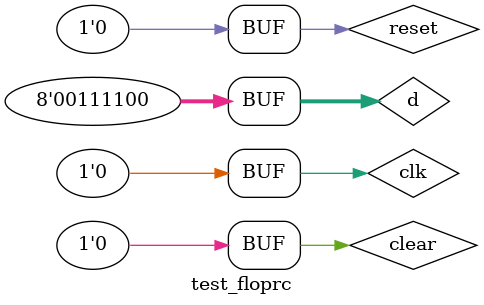
<source format=sv>
module test_floprc;
    // Parameters
    localparam WIDTH = 8;
    
    // Signals
    logic clk;
    logic reset;
    logic clear;
    logic [WIDTH-1:0] d;
    logic [WIDTH-1:0] q_expected, q_actual;
    
    // Instantiate the floprc module
    floprc #(WIDTH) u_floprc (
        .clk(clk),
        .reset(reset),
        .clear(clear),
        .d(d),
        .q(q_actual)
    );
    
    // Initialize test inputs
    initial begin
        clk = 0;
        reset = 0;
        clear = 0;
        d = 8'hA5; // Input value
        
        // Wait for one clock cycle
        #5;
        
        // Verify that the output doesn't change before the rising clock edge
        if (q_actual !== 8'h00) begin
            $display("Test Failed: q_actual != 0 before rising clock edge");
        end
        
        // Set reset to 1 (active low)
        reset = 1;
        
        // Wait for one clock cycle
        #5;
        
        // Verify that the output resets to 0 after reset is asserted
        if (q_actual !== 8'h00) begin
            $display("Test Failed: q_actual != 0 after reset");
        end
        
        // Set reset to 0 (inactive)
        reset = 0;
        
        // Wait for one clock cycle
        #5;
        
        // Verify that the output remains 0 after reset deassertion
        if (q_actual !== 8'h00) begin
            $display("Test Failed: q_actual != 0 after reset deassertion");
        end
        
        // Set the clear signal to 1 (active low)
        clear = 1;
        
        // Wait for one clock cycle
        #5;
        
        // Verify that the output resets to 0 after the clear is asserted
        if (q_actual !== 8'h00) begin
            $display("Test Failed: q_actual != 0 after clear");
        end
        
        // Set the clear signal to 0 (inactive)
        clear = 0;
        
        // Wait for one clock cycle
        #5;
        
        // Verify that the output remains 0 after clear deassertion
        if (q_actual !== 8'h00) begin
            $display("Test Failed: q_actual != 0 after clear deassertion");
        end
        
        // Set the input value to a new value
        d = 8'h3C;
        
        // Wait for one clock cycle
        #5;
        
        // Verify that the output updates with the new input value
        if (q_actual !== d) begin
            $display("Test Failed: q_actual != d after input update");
        end
        
        // Set the clock value to 1 (rising edge)
        clk = 1;
        
        // Wait for one clock cycle
        #5;
        
        // Verify that the output doesn't change on the rising clock edge
        if (q_actual !== d) begin
            $display("Test Failed: q_actual != d on rising clock edge");
        end
        
        // Set the clock value to 0 (falling edge)
        clk = 0;
        
        // Wait for one clock cycle
        #5;
        
        // Verify that the output still doesn't change on the falling clock edge
        if (q_actual !== d) begin
            $display("Test Failed: q_actual != d on falling clock edge");
        end
    end
endmodule
</source>
